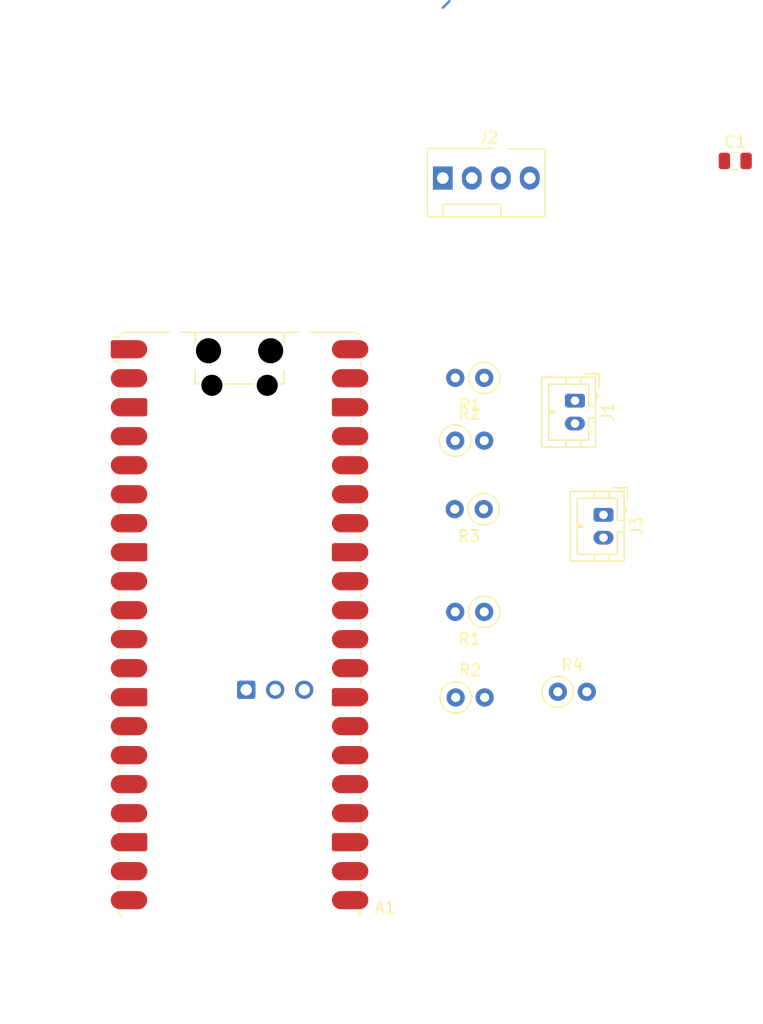
<source format=kicad_pcb>
(kicad_pcb (version 20241229) (generator "pcbnew") (generator_version "9.0")
  (layers (0 "F.Cu" signal) (2 "B.Cu" signal) (13 "F.Paste" user) (15 "B.Paste" user) (5 "F.SilkS" user "F.Silkscreen") (7 "B.SilkS" user "B.Silkscreen") (1 "F.Mask" user) (3 "B.Mask" user) (25 "Edge.Cuts" user))
  (net 0 "")
  (net 1 "Earth")
  (net 18 "GP7")
  (net 20 "GP6")
  (net 21 "ADC0")
  (net 29 "ADC1")
  (net 34 "+3.3V")
  (net 35 "J1")
  (net 36 "VBUS")
  (net 37 "R2 y R4")
  (net 38 "R1 y R3")
  (net 39 "J3 (1)")
  (footprint "Resistor_THT:R_Axial_DIN0207_L6.3mm_D2.5mm_P2.54mm_Vertical" (layer "F.Cu") (at 148 94.5 180)
    (property "Reference" "R3" (at 1.27 -2.37 0) (layer "F.SilkS"))
    (property "Value" "22K")
    (fp_line (start 1.37 0) (end 1.44 0) (stroke (width 0.12)) (layer "F.SilkS"))
    (fp_circle (center 0 0) (end 1.37 0) (stroke (width 0.12)) (fill no) (layer "F.SilkS"))
    (pad "1" thru_hole circle (at 0 0 180) (size 1.6 1.6) (drill 0.8) (layers "*.Cu" "*.Mask") (net 39 "J3 (1)"))
    (pad "2" thru_hole circle (at 2.54 0 180) (size 1.6 1.6) (drill 0.8) (layers "*.Cu" "*.Mask") (net 29 "ADC1"))
  )
  (footprint "Capacitor_SMD:C_0805_2012Metric" (layer "F.Cu") (at 170.05 64)
    (property "Reference" "C1" (at 0 -1.68 0) (layer "F.SilkS"))
    (property "Value" "100nF")
    (fp_line (start -0.261252 -0.735) (end 0.261252 -0.735) (stroke (width 0.12)) (layer "F.SilkS"))
    (fp_line (start -0.261252 0.735) (end 0.261252 0.735) (stroke (width 0.12)) (layer "F.SilkS"))
    (pad "1" smd roundrect (at -0.95 0) (size 1 1.45) (layers "F.Cu" "F.Mask" "F.Paste") (net 34 "+3.3V"))
    (pad "2" smd roundrect (at 0.95 0) (size 1 1.45) (layers "F.Cu" "F.Mask" "F.Paste") (net 1 "Earth"))
  )
  (footprint "Resistor_THT:R_Axial_DIN0207_L6.3mm_D2.5mm_P2.54mm_Vertical" (layer "F.Cu") (at 148.05 83 180)
    (property "Reference" "R1" (at 1.27 -2.37 0) (layer "F.SilkS"))
    (property "Value" "10K")
    (fp_line (start 1.37 0) (end 1.44 0) (stroke (width 0.12)) (layer "F.SilkS"))
    (fp_circle (center 0 0) (end 1.37 0) (stroke (width 0.12)) (fill no) (layer "F.SilkS"))
    (pad "1" thru_hole circle (at 0 0 180) (size 1.6 1.6) (drill 0.8) (layers "*.Cu" "*.Mask") (net 35 "J1"))
    (pad "2" thru_hole circle (at 2.54 0 180) (size 1.6 1.6) (drill 0.8) (layers "*.Cu" "*.Mask") (net 29 "ADC1"))
  )
  (footprint "Connector_JST:JST_PH_B2B-PH-K_1x02_P2.00mm_Vertical" (layer "F.Cu") (at 158.5 95 -90)
    (property "Reference" "J3" (at 1 -2.9 90) (layer "F.SilkS"))
    (property "Value" "Conn_01x02_Pin")
    (fp_line (start -2.06 2.91) (end 4.06 2.91) (stroke (width 0.12)) (layer "F.SilkS"))
    (fp_line (start 4.06 2.91) (end 4.06 -1.81) (stroke (width 0.12)) (layer "F.SilkS"))
    (fp_line (start -1.45 2.3) (end 3.45 2.3) (stroke (width 0.12)) (layer "F.SilkS"))
    (fp_line (start 0.9 2.3) (end 0.9 1.8) (stroke (width 0.12)) (layer "F.SilkS"))
    (fp_line (start 1 2.3) (end 1 1.8) (stroke (width 0.12)) (layer "F.SilkS"))
    (fp_line (start 3.45 2.3) (end 3.45 -1.2) (stroke (width 0.12)) (layer "F.SilkS"))
    (fp_line (start 0.9 1.8) (end 1.1 1.8) (stroke (width 0.12)) (layer "F.SilkS"))
    (fp_line (start 1.1 1.8) (end 1.1 2.3) (stroke (width 0.12)) (layer "F.SilkS"))
    (fp_line (start -2.06 0.8) (end -1.45 0.8) (stroke (width 0.12)) (layer "F.SilkS"))
    (fp_line (start 4.06 0.8) (end 3.45 0.8) (stroke (width 0.12)) (layer "F.SilkS"))
    (fp_line (start -2.06 -0.5) (end -1.45 -0.5) (stroke (width 0.12)) (layer "F.SilkS"))
    (fp_line (start 4.06 -0.5) (end 3.45 -0.5) (stroke (width 0.12)) (layer "F.SilkS"))
    (fp_line (start -1.45 -1.2) (end -1.45 2.3) (stroke (width 0.12)) (layer "F.SilkS"))
    (fp_line (start 0.5 -1.2) (end -1.45 -1.2) (stroke (width 0.12)) (layer "F.SilkS"))
    (fp_line (start 1.5 -1.2) (end 1.5 -1.81) (stroke (width 0.12)) (layer "F.SilkS"))
    (fp_line (start 3.45 -1.2) (end 1.5 -1.2) (stroke (width 0.12)) (layer "F.SilkS"))
    (fp_line (start -2.06 -1.81) (end -2.06 2.91) (stroke (width 0.12)) (layer "F.SilkS"))
    (fp_line (start -0.3 -1.81) (end -0.3 -2.01) (stroke (width 0.12)) (layer "F.SilkS"))
    (fp_line (start 0.5 -1.81) (end 0.5 -1.2) (stroke (width 0.12)) (layer "F.SilkS"))
    (fp_line (start 4.06 -1.81) (end -2.06 -1.81) (stroke (width 0.12)) (layer "F.SilkS"))
    (fp_line (start -0.3 -1.91) (end -0.6 -1.91) (stroke (width 0.12)) (layer "F.SilkS"))
    (fp_line (start -0.6 -2.01) (end -0.6 -1.81) (stroke (width 0.12)) (layer "F.SilkS"))
    (fp_line (start -0.3 -2.01) (end -0.6 -2.01) (stroke (width 0.12)) (layer "F.SilkS"))
    (fp_line (start -2.36 -2.11) (end -2.36 -0.86) (stroke (width 0.12)) (layer "F.SilkS"))
    (fp_line (start -1.11 -2.11) (end -2.36 -2.11) (stroke (width 0.12)) (layer "F.SilkS"))
    (pad "1" thru_hole roundrect (at 0 0 270) (size 1.2 1.75) (drill 0.75) (layers "*.Cu" "*.Mask") (roundrect_rratio 0.208333) (net 38 "R1 y R3"))
    (pad "2" thru_hole oval (at 2 0 270) (size 1.2 1.75) (drill 0.75) (layers "*.Cu" "*.Mask") (net 37 "R2 y R4"))
  )
  (footprint "Resistor_THT:R_Axial_DIN0207_L6.3mm_D2.5mm_P2.54mm_Vertical" (layer "F.Cu") (at 148.045 103.5 180)
    (property "Reference" "R1" (at 1.27 -2.37 0) (layer "F.SilkS"))
    (property "Value" "22K")
    (fp_line (start 1.37 0) (end 1.44 0) (stroke (width 0.12)) (layer "F.SilkS"))
    (fp_circle (center 0 0) (end 1.37 0) (stroke (width 0.12)) (fill no) (layer "F.SilkS"))
    (pad "1" thru_hole circle (at 0 0 180) (size 1.6 1.6) (drill 0.8) (layers "*.Cu" "*.Mask") (net 39 "J3 (1)"))
    (pad "2" thru_hole circle (at 2.54 0 180) (size 1.6 1.6) (drill 0.8) (layers "*.Cu" "*.Mask") (net 21 "ADC0"))
  )
  (footprint "Resistor_THT:R_Axial_DIN0207_L6.3mm_D2.5mm_P2.54mm_Vertical" (layer "F.Cu") (at 145.505 88.5)
    (property "Reference" "R2" (at 1.27 -2.37 0) (layer "F.SilkS"))
    (property "Value" "10K")
    (fp_line (start 1.37 0) (end 1.44 0) (stroke (width 0.12)) (layer "F.SilkS"))
    (fp_circle (center 0 0) (end 1.37 0) (stroke (width 0.12)) (fill no) (layer "F.SilkS"))
    (pad "1" thru_hole circle (at 0 0) (size 1.6 1.6) (drill 0.8) (layers "*.Cu" "*.Mask") (net 29 "ADC1"))
    (pad "2" thru_hole circle (at 2.54 0) (size 1.6 1.6) (drill 0.8) (layers "*.Cu" "*.Mask") (net 1 "Earth"))
  )
  (footprint "Module:RaspberryPi_Pico_W_SMD_HandSolder" (layer "F.Cu") (at 126.605 104.625)
    (property "Reference" "A1" (at 11.7475 24.765 0) (layer "F.SilkS") (effects (justify left)))
    (property "Value" "RaspberryPi_Pico_W")
    (fp_line (start -10.61 -23.07) (end -11.09 -23.07) (stroke (width 0.12)) (layer "F.SilkS"))
    (fp_line (start -10.61 -23.07) (end -10.61 -22.65) (stroke (width 0.12)) (layer "F.SilkS"))
    (fp_line (start -10.61 -20.53) (end -10.61 -20.11) (stroke (width 0.12)) (layer "F.SilkS"))
    (fp_line (start -10.61 -17.99) (end -10.61 -17.57) (stroke (width 0.12)) (layer "F.SilkS"))
    (fp_line (start -10.61 -15.45) (end -10.61 -15.03) (stroke (width 0.12)) (layer "F.SilkS"))
    (fp_line (start -10.61 -12.91) (end -10.61 -12.49) (stroke (width 0.12)) (layer "F.SilkS"))
    (fp_line (start -10.61 -10.37) (end -10.61 -9.95) (stroke (width 0.12)) (layer "F.SilkS"))
    (fp_line (start -10.61 -7.83) (end -10.61 -7.41) (stroke (width 0.12)) (layer "F.SilkS"))
    (fp_line (start -10.61 -5.29) (end -10.61 -4.87) (stroke (width 0.12)) (layer "F.SilkS"))
    (fp_line (start -10.61 -2.75) (end -10.61 -2.33) (stroke (width 0.12)) (layer "F.SilkS"))
    (fp_line (start -10.61 -0.21) (end -10.61 0.21) (stroke (width 0.12)) (layer "F.SilkS"))
    (fp_line (start -10.61 2.33) (end -10.61 2.75) (stroke (width 0.12)) (layer "F.SilkS"))
    (fp_line (start -10.61 4.87) (end -10.61 5.29) (stroke (width 0.12)) (layer "F.SilkS"))
    (fp_line (start -10.61 7.41) (end -10.61 7.83) (stroke (width 0.12)) (layer "F.SilkS"))
    (fp_line (start -10.61 9.95) (end -10.61 10.37) (stroke (width 0.12)) (layer "F.SilkS"))
    (fp_line (start -10.61 12.49) (end -10.61 12.91) (stroke (width 0.12)) (layer "F.SilkS"))
    (fp_line (start -10.61 15.03) (end -10.61 15.45) (stroke (width 0.12)) (layer "F.SilkS"))
    (fp_line (start -10.61 17.57) (end -10.61 17.99) (stroke (width 0.12)) (layer "F.SilkS"))
    (fp_line (start -10.61 20.11) (end -10.61 20.53) (stroke (width 0.12)) (layer "F.SilkS"))
    (fp_line (start -10.61 22.65) (end -10.61 23.07) (stroke (width 0.12)) (layer "F.SilkS"))
    (fp_line (start -10.579676 -25.19) (end -11.09 -25.19) (stroke (width 0.12)) (layer "F.SilkS"))
    (fp_line (start -10 -25.61) (end -7.51 -25.61) (stroke (width 0.12)) (layer "F.SilkS"))
    (fp_line (start -7.51 -25.61) (end -6.16206 -25.61) (stroke (width 0.12)) (layer "F.SilkS"))
    (fp_line (start -5.237939 -25.61) (end -4.235 -25.61) (stroke (width 0.12)) (layer "F.SilkS"))
    (fp_line (start -4.235 -25.61) (end 4.235 -25.61) (stroke (width 0.12)) (layer "F.SilkS"))
    (fp_line (start -3.9 -25.61) (end -3.9 -24.694) (stroke (width 0.12)) (layer "F.SilkS"))
    (fp_line (start -3.9 -22.306) (end -3.9 -21.09) (stroke (width 0.12)) (layer "F.SilkS"))
    (fp_line (start -3.9 -21.09) (end -3.60391 -21.09) (stroke (width 0.12)) (layer "F.SilkS"))
    (fp_line (start -1.24609 -21.09) (end 1.24609 -21.09) (stroke (width 0.12)) (layer "F.SilkS"))
    (fp_line (start 3.60391 -21.09) (end 3.9 -21.09) (stroke (width 0.12)) (layer "F.SilkS"))
    (fp_line (start 3.9 -25.61) (end 3.9 -24.694) (stroke (width 0.12)) (layer "F.SilkS"))
    (fp_line (start 3.9 -22.306) (end 3.9 -21.09) (stroke (width 0.12)) (layer "F.SilkS"))
    (fp_line (start 4.235 -25.61) (end 5.237939 -25.61) (stroke (width 0.12)) (layer "F.SilkS"))
    (fp_line (start 6.162061 -25.61) (end 7.51 -25.61) (stroke (width 0.12)) (layer "F.SilkS"))
    (fp_line (start 10 -25.61) (end 7.51 -25.61) (stroke (width 0.12)) (layer "F.SilkS"))
    (fp_line (start 10.61 -23.07) (end 10.61 -22.65) (stroke (width 0.12)) (layer "F.SilkS"))
    (fp_line (start 10.61 -20.53) (end 10.61 -20.11) (stroke (width 0.12)) (layer "F.SilkS"))
    (fp_line (start 10.61 -17.99) (end 10.61 -17.57) (stroke (width 0.12)) (layer "F.SilkS"))
    (fp_line (start 10.61 -15.45) (end 10.61 -15.03) (stroke (width 0.12)) (layer "F.SilkS"))
    (fp_line (start 10.61 -12.91) (end 10.61 -12.49) (stroke (width 0.12)) (layer "F.SilkS"))
    (fp_line (start 10.61 -10.37) (end 10.61 -9.95) (stroke (width 0.12)) (layer "F.SilkS"))
    (fp_line (start 10.61 -7.83) (end 10.61 -7.41) (stroke (width 0.12)) (layer "F.SilkS"))
    (fp_line (start 10.61 -5.29) (end 10.61 -4.87) (stroke (width 0.12)) (layer "F.SilkS"))
    (fp_line (start 10.61 -2.75) (end 10.61 -2.33) (stroke (width 0.12)) (layer "F.SilkS"))
    (fp_line (start 10.61 -0.21) (end 10.61 0.21) (stroke (width 0.12)) (layer "F.SilkS"))
    (fp_line (start 10.61 2.33) (end 10.61 2.75) (stroke (width 0.12)) (layer "F.SilkS"))
    (fp_line (start 10.61 4.87) (end 10.61 5.29) (stroke (width 0.12)) (layer "F.SilkS"))
    (fp_line (start 10.61 7.41) (end 10.61 7.83) (stroke (width 0.12)) (layer "F.SilkS"))
    (fp_line (start 10.61 9.95) (end 10.61 10.37) (stroke (width 0.12)) (layer "F.SilkS"))
    (fp_line (start 10.61 12.49) (end 10.61 12.91) (stroke (width 0.12)) (layer "F.SilkS"))
    (fp_line (start 10.61 15.03) (end 10.61 15.45) (stroke (width 0.12)) (layer "F.SilkS"))
    (fp_line (start 10.61 17.57) (end 10.61 17.99) (stroke (width 0.12)) (layer "F.SilkS"))
    (fp_line (start 10.61 20.11) (end 10.61 20.53) (stroke (width 0.12)) (layer "F.SilkS"))
    (fp_line (start 10.61 22.65) (end 10.61 23.07) (stroke (width 0.12)) (layer "F.SilkS"))
    (fp_arc (start -10.579676 -25.19) (mid -10.357938 -25.493944) (end -10 -25.61) (stroke (width 0.12)) (layer "F.SilkS"))
    (fp_arc (start -10.363318 25.49) (mid -10.494791 25.356765) (end -10.579676 25.189937) (stroke (width 0.12)) (layer "F.SilkS"))
    (fp_arc (start 10 -25.61) (mid 10.357937 -25.493944) (end 10.579676 -25.189937) (stroke (width 0.12)) (layer "F.SilkS"))
    (fp_arc (start 10.579676 25.189937) (mid 10.494803 25.356773) (end 10.363318 25.49) (stroke (width 0.12)) (layer "F.SilkS"))
    (pad "" smd rect (at -8.89 -24.13) (size 3.8 2.2) (drill (offset -0.8 0)) (layers "F.Paste"))
    (pad "" smd rect (at -8.89 -21.59) (size 3.8 2.2) (drill (offset -0.8 0)) (layers "F.Paste"))
    (pad "" smd rect (at -8.89 -19.05) (size 3.8 2.2) (drill (offset -0.8 0)) (layers "F.Paste"))
    (pad "" smd rect (at -8.89 -16.51) (size 3.8 2.2) (drill (offset -0.8 0)) (layers "F.Paste"))
    (pad "" smd rect (at -8.89 -13.97) (size 3.8 2.2) (drill (offset -0.8 0)) (layers "F.Paste"))
    (pad "" smd rect (at -8.89 -11.43) (size 3.8 2.2) (drill (offset -0.8 0)) (layers "F.Paste"))
    (pad "" smd rect (at -8.89 -8.89) (size 3.8 2.2) (drill (offset -0.8 0)) (layers "F.Paste"))
    (pad "" smd rect (at -8.89 -6.35) (size 3.8 2.2) (drill (offset -0.8 0)) (layers "F.Paste"))
    (pad "" smd rect (at -8.89 -3.81) (size 3.8 2.2) (drill (offset -0.8 0)) (layers "F.Paste"))
    (pad "" smd rect (at -8.89 -1.27) (size 3.8 2.2) (drill (offset -0.8 0)) (layers "F.Paste"))
    (pad "" smd rect (at -8.89 1.27) (size 3.8 2.2) (drill (offset -0.8 0)) (layers "F.Paste"))
    (pad "" smd rect (at -8.89 3.81) (size 3.8 2.2) (drill (offset -0.8 0)) (layers "F.Paste"))
    (pad "" smd rect (at -8.89 6.35) (size 3.8 2.2) (drill (offset -0.8 0)) (layers "F.Paste"))
    (pad "" smd rect (at -8.89 8.89) (size 3.8 2.2) (drill (offset -0.8 0)) (layers "F.Paste"))
    (pad "" smd rect (at -8.89 11.43) (size 3.8 2.2) (drill (offset -0.8 0)) (layers "F.Paste"))
    (pad "" smd rect (at -8.89 13.97) (size 3.8 2.2) (drill (offset -0.8 0)) (layers "F.Paste"))
    (pad "" smd rect (at -8.89 16.51) (size 3.8 2.2) (drill (offset -0.8 0)) (layers "F.Paste"))
    (pad "" smd rect (at -8.89 19.05) (size 3.8 2.2) (drill (offset -0.8 0)) (layers "F.Paste"))
    (pad "" smd rect (at -8.89 21.59) (size 3.8 2.2) (drill (offset -0.8 0)) (layers "F.Paste"))
    (pad "" smd rect (at -8.89 24.13) (size 3.8 2.2) (drill (offset -0.8 0)) (layers "F.Paste"))
    (pad "" np_thru_hole circle (at -2.725 -24) (size 2.2 2.2) (drill 2.2) (layers "*.Mask"))
    (pad "" np_thru_hole circle (at -2.425 -20.97) (size 1.85 1.85) (drill 1.85) (layers "*.Mask"))
    (pad "" np_thru_hole circle (at 2.425 -20.97) (size 1.85 1.85) (drill 1.85) (layers "*.Mask"))
    (pad "" np_thru_hole circle (at 2.725 -24) (size 2.2 2.2) (drill 2.2) (layers "*.Mask"))
    (pad "" smd rect (at 8.89 -24.13) (size 3.8 2.2) (drill (offset 0.8 0)) (layers "F.Paste"))
    (pad "" smd rect (at 8.89 -21.59) (size 3.8 2.2) (drill (offset 0.8 0)) (layers "F.Paste"))
    (pad "" smd rect (at 8.89 -19.05) (size 3.8 2.2) (drill (offset 0.8 0)) (layers "F.Paste"))
    (pad "" smd rect (at 8.89 -16.51) (size 3.8 2.2) (drill (offset 0.8 0)) (layers "F.Paste"))
    (pad "" smd rect (at 8.89 -13.97) (size 3.8 2.2) (drill (offset 0.8 0)) (layers "F.Paste"))
    (pad "" smd rect (at 8.89 -11.43) (size 3.8 2.2) (drill (offset 0.8 0)) (layers "F.Paste"))
    (pad "" smd rect (at 8.89 -8.89) (size 3.8 2.2) (drill (offset 0.8 0)) (layers "F.Paste"))
    (pad "" smd rect (at 8.89 -6.35) (size 3.8 2.2) (drill (offset 0.8 0)) (layers "F.Paste"))
    (pad "" smd rect (at 8.89 -3.81) (size 3.8 2.2) (drill (offset 0.8 0)) (layers "F.Paste"))
    (pad "" smd rect (at 8.89 -1.27) (size 3.8 2.2) (drill (offset 0.8 0)) (layers "F.Paste"))
    (pad "" smd rect (at 8.89 1.27) (size 3.8 2.2) (drill (offset 0.8 0)) (layers "F.Paste"))
    (pad "" smd rect (at 8.89 3.81) (size 3.8 2.2) (drill (offset 0.8 0)) (layers "F.Paste"))
    (pad "" smd rect (at 8.89 6.35) (size 3.8 2.2) (drill (offset 0.8 0)) (layers "F.Paste"))
    (pad "" smd rect (at 8.89 8.89) (size 3.8 2.2) (drill (offset 0.8 0)) (layers "F.Paste"))
    (pad "" smd rect (at 8.89 11.43) (size 3.8 2.2) (drill (offset 0.8 0)) (layers "F.Paste"))
    (pad "" smd rect (at 8.89 13.97) (size 3.8 2.2) (drill (offset 0.8 0)) (layers "F.Paste"))
    (pad "" smd rect (at 8.89 16.51) (size 3.8 2.2) (drill (offset 0.8 0)) (layers "F.Paste"))
    (pad "" smd rect (at 8.89 19.05) (size 3.8 2.2) (drill (offset 0.8 0)) (layers "F.Paste"))
    (pad "" smd rect (at 8.89 21.59) (size 3.8 2.2) (drill (offset 0.8 0)) (layers "F.Paste"))
    (pad "" smd rect (at 8.89 24.13) (size 3.8 2.2) (drill (offset 0.8 0)) (layers "F.Paste"))
    (pad "1" smd custom (at -9.69 -24.13) (size 1.6 0.8) (layers "F.Cu" "F.Mask") (options (clearance outline) (anchor rect)) (primitives (gr_circle (center 0.8 0) (end 1.6 0) (width 0) (fill yes)) (gr_poly (pts (xy -1.6 -0.6) (xy -1.6 0.6) (xy -1.4 0.8) (xy 0.8 0.8) (xy 0.8 -0.8) (xy -1.4 -0.8)) (width 0) (fill yes)) (gr_circle (center -1.4 -0.6) (end -1.2 -0.6) (width 0) (fill yes)) (gr_circle (center -1.4 0.6) (end -1.2 0.6) (width 0) (fill yes))))
    (pad "2" smd roundrect (at -9.69 -21.59) (size 3.2 1.6) (layers "F.Cu" "F.Mask") (roundrect_rratio 0.5))
    (pad "3" smd custom (at -9.69 -19.05) (size 1.6 0.8) (layers "F.Cu" "F.Mask") (net 1 "Earth") (options (clearance outline) (anchor rect)) (primitives (gr_circle (center -0.8 0) (end 0 0) (width 0) (fill yes)) (gr_poly (pts (xy 1.6 -0.6) (xy 1.6 0.6) (xy 1.4 0.8) (xy -0.8 0.8) (xy -0.8 -0.8) (xy 1.4 -0.8)) (width 0) (fill yes)) (gr_circle (center 1.4 -0.6) (end 1.6 -0.6) (width 0) (fill yes)) (gr_circle (center 1.4 0.6) (end 1.6 0.6) (width 0) (fill yes))))
    (pad "4" smd roundrect (at -9.69 -16.51) (size 3.2 1.6) (layers "F.Cu" "F.Mask") (roundrect_rratio 0.5))
    (pad "5" smd roundrect (at -9.69 -13.97) (size 3.2 1.6) (layers "F.Cu" "F.Mask") (roundrect_rratio 0.5))
    (pad "6" smd roundrect (at -9.69 -11.43) (size 3.2 1.6) (layers "F.Cu" "F.Mask") (roundrect_rratio 0.5))
    (pad "7" smd roundrect (at -9.69 -8.89) (size 3.2 1.6) (layers "F.Cu" "F.Mask") (roundrect_rratio 0.5))
    (pad "8" smd custom (at -9.69 -6.35) (size 1.6 0.8) (layers "F.Cu" "F.Mask") (net 1 "Earth") (options (clearance outline) (anchor rect)) (primitives (gr_circle (center -0.8 0) (end 0 0) (width 0) (fill yes)) (gr_poly (pts (xy 1.6 -0.6) (xy 1.6 0.6) (xy 1.4 0.8) (xy -0.8 0.8) (xy -0.8 -0.8) (xy 1.4 -0.8)) (width 0) (fill yes)) (gr_circle (center 1.4 -0.6) (end 1.6 -0.6) (width 0) (fill yes)) (gr_circle (center 1.4 0.6) (end 1.6 0.6) (width 0) (fill yes))))
    (pad "9" smd roundrect (at -9.69 -3.81) (size 3.2 1.6) (layers "F.Cu" "F.Mask") (roundrect_rratio 0.5) (net 20 "GP6"))
    (pad "10" smd roundrect (at -9.69 -1.27) (size 3.2 1.6) (layers "F.Cu" "F.Mask") (roundrect_rratio 0.5) (net 18 "GP7"))
    (pad "11" smd roundrect (at -9.69 1.27) (size 3.2 1.6) (layers "F.Cu" "F.Mask") (roundrect_rratio 0.5))
    (pad "12" smd roundrect (at -9.69 3.81) (size 3.2 1.6) (layers "F.Cu" "F.Mask") (roundrect_rratio 0.5))
    (pad "13" smd custom (at -9.69 6.35) (size 1.6 0.8) (layers "F.Cu" "F.Mask") (net 1 "Earth") (options (clearance outline) (anchor rect)) (primitives (gr_circle (center -0.8 0) (end 0 0) (width 0) (fill yes)) (gr_poly (pts (xy 1.6 -0.6) (xy 1.6 0.6) (xy 1.4 0.8) (xy -0.8 0.8) (xy -0.8 -0.8) (xy 1.4 -0.8)) (width 0) (fill yes)) (gr_circle (center 1.4 -0.6) (end 1.6 -0.6) (width 0) (fill yes)) (gr_circle (center 1.4 0.6) (end 1.6 0.6) (width 0) (fill yes))))
    (pad "14" smd roundrect (at -9.69 8.89) (size 3.2 1.6) (layers "F.Cu" "F.Mask") (roundrect_rratio 0.5))
    (pad "15" smd roundrect (at -9.69 11.43) (size 3.2 1.6) (layers "F.Cu" "F.Mask") (roundrect_rratio 0.5))
    (pad "16" smd roundrect (at -9.69 13.97) (size 3.2 1.6) (layers "F.Cu" "F.Mask") (roundrect_rratio 0.5))
    (pad "17" smd roundrect (at -9.69 16.51) (size 3.2 1.6) (layers "F.Cu" "F.Mask") (roundrect_rratio 0.5))
    (pad "18" smd custom (at -9.69 19.05) (size 1.6 0.8) (layers "F.Cu" "F.Mask") (net 1 "Earth") (options (clearance outline) (anchor rect)) (primitives (gr_circle (center -0.8 0) (end 0 0) (width 0) (fill yes)) (gr_poly (pts (xy 1.6 -0.6) (xy 1.6 0.6) (xy 1.4 0.8) (xy -0.8 0.8) (xy -0.8 -0.8) (xy 1.4 -0.8)) (width 0) (fill yes)) (gr_circle (center 1.4 -0.6) (end 1.6 -0.6) (width 0) (fill yes)) (gr_circle (center 1.4 0.6) (end 1.6 0.6) (width 0) (fill yes))))
    (pad "19" smd roundrect (at -9.69 21.59) (size 3.2 1.6) (layers "F.Cu" "F.Mask") (roundrect_rratio 0.5))
    (pad "20" smd roundrect (at -9.69 24.13) (size 3.2 1.6) (layers "F.Cu" "F.Mask") (roundrect_rratio 0.5))
    (pad "21" smd roundrect (at 9.69 24.13) (size 3.2 1.6) (layers "F.Cu" "F.Mask") (roundrect_rratio 0.5))
    (pad "22" smd roundrect (at 9.69 21.59) (size 3.2 1.6) (layers "F.Cu" "F.Mask") (roundrect_rratio 0.5))
    (pad "23" smd custom (at 9.69 19.05) (size 1.6 0.8) (layers "F.Cu" "F.Mask") (net 1 "Earth") (options (clearance outline) (anchor rect)) (primitives (gr_circle (center 0.8 0) (end 1.6 0) (width 0) (fill yes)) (gr_poly (pts (xy -1.6 -0.6) (xy -1.6 0.6) (xy -1.4 0.8) (xy 0.8 0.8) (xy 0.8 -0.8) (xy -1.4 -0.8)) (width 0) (fill yes)) (gr_circle (center -1.4 -0.6) (end -1.2 -0.6) (width 0) (fill yes)) (gr_circle (center -1.4 0.6) (end -1.2 0.6) (width 0) (fill yes))))
    (pad "24" smd roundrect (at 9.69 16.51) (size 3.2 1.6) (layers "F.Cu" "F.Mask") (roundrect_rratio 0.5))
    (pad "25" smd roundrect (at 9.69 13.97) (size 3.2 1.6) (layers "F.Cu" "F.Mask") (roundrect_rratio 0.5))
    (pad "26" smd roundrect (at 9.69 11.43) (size 3.2 1.6) (layers "F.Cu" "F.Mask") (roundrect_rratio 0.5))
    (pad "27" smd roundrect (at 9.69 8.89) (size 3.2 1.6) (layers "F.Cu" "F.Mask") (roundrect_rratio 0.5))
    (pad "28" smd custom (at 9.69 6.35) (size 1.6 0.8) (layers "F.Cu" "F.Mask") (net 1 "Earth") (options (clearance outline) (anchor rect)) (primitives (gr_circle (center 0.8 0) (end 1.6 0) (width 0) (fill yes)) (gr_poly (pts (xy -1.6 -0.6) (xy -1.6 0.6) (xy -1.4 0.8) (xy 0.8 0.8) (xy 0.8 -0.8) (xy -1.4 -0.8)) (width 0) (fill yes)) (gr_circle (center -1.4 -0.6) (end -1.2 -0.6) (width 0) (fill yes)) (gr_circle (center -1.4 0.6) (end -1.2 0.6) (width 0) (fill yes))))
    (pad "29" smd roundrect (at 9.69 3.81) (size 3.2 1.6) (layers "F.Cu" "F.Mask") (roundrect_rratio 0.5))
    (pad "30" smd roundrect (at 9.69 1.27) (size 3.2 1.6) (layers "F.Cu" "F.Mask") (roundrect_rratio 0.5))
    (pad "31" smd roundrect (at 9.69 -1.27) (size 3.2 1.6) (layers "F.Cu" "F.Mask") (roundrect_rratio 0.5) (net 21 "ADC0"))
    (pad "32" smd roundrect (at 9.69 -3.81) (size 3.2 1.6) (layers "F.Cu" "F.Mask") (roundrect_rratio 0.5) (net 29 "ADC1"))
    (pad "33" smd custom (at 9.69 -6.35) (size 1.6 0.8) (layers "F.Cu" "F.Mask") (options (clearance outline) (anchor rect)) (primitives (gr_circle (center 0.8 0) (end 1.6 0) (width 0) (fill yes)) (gr_poly (pts (xy -1.6 -0.6) (xy -1.6 0.6) (xy -1.4 0.8) (xy 0.8 0.8) (xy 0.8 -0.8) (xy -1.4 -0.8)) (width 0) (fill yes)) (gr_circle (center -1.4 -0.6) (end -1.2 -0.6) (width 0) (fill yes)) (gr_circle (center -1.4 0.6) (end -1.2 0.6) (width 0) (fill yes))))
    (pad "34" smd roundrect (at 9.69 -8.89) (size 3.2 1.6) (layers "F.Cu" "F.Mask") (roundrect_rratio 0.5))
    (pad "35" smd roundrect (at 9.69 -11.43) (size 3.2 1.6) (layers "F.Cu" "F.Mask") (roundrect_rratio 0.5))
    (pad "36" smd roundrect (at 9.69 -13.97) (size 3.2 1.6) (layers "F.Cu" "F.Mask") (roundrect_rratio 0.5))
    (pad "37" smd roundrect (at 9.69 -16.51) (size 3.2 1.6) (layers "F.Cu" "F.Mask") (roundrect_rratio 0.5))
    (pad "38" smd custom (at 9.69 -19.05) (size 1.6 0.8) (layers "F.Cu" "F.Mask") (net 1 "Earth") (options (clearance outline) (anchor rect)) (primitives (gr_circle (center 0.8 0) (end 1.6 0) (width 0) (fill yes)) (gr_poly (pts (xy -1.6 -0.6) (xy -1.6 0.6) (xy -1.4 0.8) (xy 0.8 0.8) (xy 0.8 -0.8) (xy -1.4 -0.8)) (width 0) (fill yes)) (gr_circle (center -1.4 -0.6) (end -1.2 -0.6) (width 0) (fill yes)) (gr_circle (center -1.4 0.6) (end -1.2 0.6) (width 0) (fill yes))))
    (pad "39" smd roundrect (at 9.69 -21.59) (size 3.2 1.6) (layers "F.Cu" "F.Mask") (roundrect_rratio 0.5))
    (pad "40" smd roundrect (at 9.69 -24.13) (size 3.2 1.6) (layers "F.Cu" "F.Mask") (roundrect_rratio 0.5) (net 36 "VBUS"))
    (pad "D1" thru_hole roundrect (at 0.5841 5.7) (size 1.6 1.6) (drill 1) (layers "*.Cu" "*.Mask") (roundrect_rratio 0.125))
    (pad "D2" thru_hole circle (at 3.1241 5.7) (size 1.6 1.6) (drill 1) (layers "*.Cu" "*.Mask"))
    (pad "D3" thru_hole circle (at 5.6641 5.7) (size 1.6 1.6) (drill 1) (layers "*.Cu" "*.Mask"))
  )
  (footprint "Connector:FanPinHeader_1x04_P2.54mm_Vertical" (layer "F.Cu") (at 144.42 65.5)
    (property "Reference" "J2" (at 4 -3.55 0) (layer "F.SilkS"))
    (property "Value" "Conn_01x04")
    (fp_line (start -1.35 -2.6) (end 4.4 -2.6) (stroke (width 0.12)) (layer "F.SilkS"))
    (fp_line (start -1.35 3.4) (end -1.35 -2.6) (stroke (width 0.12)) (layer "F.SilkS"))
    (fp_line (start 0 2.29) (end 5.08 2.29) (stroke (width 0.12)) (layer "F.SilkS"))
    (fp_line (start 0 3.3) (end 0 2.29) (stroke (width 0.12)) (layer "F.SilkS"))
    (fp_line (start 5.08 2.29) (end 5.08 3.3) (stroke (width 0.12)) (layer "F.SilkS"))
    (fp_line (start 5.75 -2.55) (end 8.95 -2.55) (stroke (width 0.12)) (layer "F.SilkS"))
    (fp_line (start 8.95 -2.55) (end 8.95 3.4) (stroke (width 0.12)) (layer "F.SilkS"))
    (fp_line (start 8.95 3.4) (end -1.35 3.4) (stroke (width 0.12)) (layer "F.SilkS"))
    (pad "" np_thru_hole circle (at 5.08 -2.16 90) (size 1.1 1.1) (drill 1.1) (layers "*.Cu" "*.Mask"))
    (pad "1" thru_hole rect (at 0 0 90) (size 2.03 1.73) (drill 1.02) (layers "*.Cu" "*.Mask") (net 18 "GP7"))
    (pad "2" thru_hole oval (at 2.54 0 90) (size 2.03 1.73) (drill 1.02) (layers "*.Cu" "*.Mask") (net 20 "GP6"))
    (pad "3" thru_hole oval (at 5.08 0 90) (size 2.03 1.73) (drill 1.02) (layers "*.Cu" "*.Mask") (net 34 "+3.3V"))
    (pad "4" thru_hole oval (at 7.62 0 90) (size 2.03 1.73) (drill 1.02) (layers "*.Cu" "*.Mask") (net 1 "Earth"))
  )
  (footprint "Connector_JST:JST_PH_B2B-PH-K_1x02_P2.00mm_Vertical" (layer "F.Cu") (at 156 85 -90)
    (property "Reference" "J1" (at 1 -2.9 90) (layer "F.SilkS"))
    (property "Value" "Conn_01x02_Pin")
    (fp_line (start -2.06 2.91) (end 4.06 2.91) (stroke (width 0.12)) (layer "F.SilkS"))
    (fp_line (start 4.06 2.91) (end 4.06 -1.81) (stroke (width 0.12)) (layer "F.SilkS"))
    (fp_line (start -1.45 2.3) (end 3.45 2.3) (stroke (width 0.12)) (layer "F.SilkS"))
    (fp_line (start 0.9 2.3) (end 0.9 1.8) (stroke (width 0.12)) (layer "F.SilkS"))
    (fp_line (start 1 2.3) (end 1 1.8) (stroke (width 0.12)) (layer "F.SilkS"))
    (fp_line (start 3.45 2.3) (end 3.45 -1.2) (stroke (width 0.12)) (layer "F.SilkS"))
    (fp_line (start 0.9 1.8) (end 1.1 1.8) (stroke (width 0.12)) (layer "F.SilkS"))
    (fp_line (start 1.1 1.8) (end 1.1 2.3) (stroke (width 0.12)) (layer "F.SilkS"))
    (fp_line (start -2.06 0.8) (end -1.45 0.8) (stroke (width 0.12)) (layer "F.SilkS"))
    (fp_line (start 4.06 0.8) (end 3.45 0.8) (stroke (width 0.12)) (layer "F.SilkS"))
    (fp_line (start -2.06 -0.5) (end -1.45 -0.5) (stroke (width 0.12)) (layer "F.SilkS"))
    (fp_line (start 4.06 -0.5) (end 3.45 -0.5) (stroke (width 0.12)) (layer "F.SilkS"))
    (fp_line (start -1.45 -1.2) (end -1.45 2.3) (stroke (width 0.12)) (layer "F.SilkS"))
    (fp_line (start 0.5 -1.2) (end -1.45 -1.2) (stroke (width 0.12)) (layer "F.SilkS"))
    (fp_line (start 1.5 -1.2) (end 1.5 -1.81) (stroke (width 0.12)) (layer "F.SilkS"))
    (fp_line (start 3.45 -1.2) (end 1.5 -1.2) (stroke (width 0.12)) (layer "F.SilkS"))
    (fp_line (start -2.06 -1.81) (end -2.06 2.91) (stroke (width 0.12)) (layer "F.SilkS"))
    (fp_line (start -0.3 -1.81) (end -0.3 -2.01) (stroke (width 0.12)) (layer "F.SilkS"))
    (fp_line (start 0.5 -1.81) (end 0.5 -1.2) (stroke (width 0.12)) (layer "F.SilkS"))
    (fp_line (start 4.06 -1.81) (end -2.06 -1.81) (stroke (width 0.12)) (layer "F.SilkS"))
    (fp_line (start -0.3 -1.91) (end -0.6 -1.91) (stroke (width 0.12)) (layer "F.SilkS"))
    (fp_line (start -0.6 -2.01) (end -0.6 -1.81) (stroke (width 0.12)) (layer "F.SilkS"))
    (fp_line (start -0.3 -2.01) (end -0.6 -2.01) (stroke (width 0.12)) (layer "F.SilkS"))
    (fp_line (start -2.36 -2.11) (end -2.36 -0.86) (stroke (width 0.12)) (layer "F.SilkS"))
    (fp_line (start -1.11 -2.11) (end -2.36 -2.11) (stroke (width 0.12)) (layer "F.SilkS"))
    (pad "1" thru_hole roundrect (at 0 0 270) (size 1.2 1.75) (drill 0.75) (layers "*.Cu" "*.Mask") (roundrect_rratio 0.208333) (net 35 "J1"))
    (pad "2" thru_hole oval (at 2 0 270) (size 1.2 1.75) (drill 0.75) (layers "*.Cu" "*.Mask") (net 1 "Earth"))
  )
  (footprint "Resistor_THT:R_Axial_DIN0207_L6.3mm_D2.5mm_P2.54mm_Vertical" (layer "F.Cu") (at 154.5 110.5)
    (property "Reference" "R4" (at 1.27 -2.37 0) (layer "F.SilkS"))
    (property "Value" "10K")
    (fp_line (start 1.37 0) (end 1.44 0) (stroke (width 0.12)) (layer "F.SilkS"))
    (fp_circle (center 0 0) (end 1.37 0) (stroke (width 0.12)) (fill no) (layer "F.SilkS"))
    (pad "1" thru_hole circle (at 0 0) (size 1.6 1.6) (drill 0.8) (layers "*.Cu" "*.Mask") (net 29 "ADC1"))
    (pad "2" thru_hole circle (at 2.54 0) (size 1.6 1.6) (drill 0.8) (layers "*.Cu" "*.Mask") (net 1 "Earth"))
  )
  (footprint "Resistor_THT:R_Axial_DIN0207_L6.3mm_D2.5mm_P2.54mm_Vertical" (layer "F.Cu") (at 145.545 111)
    (property "Reference" "R2" (at 1.27 -2.37 0) (layer "F.SilkS"))
    (property "Value" "10K")
    (fp_line (start 1.37 0) (end 1.44 0) (stroke (width 0.12)) (layer "F.SilkS"))
    (fp_circle (center 0 0) (end 1.37 0) (stroke (width 0.12)) (fill no) (layer "F.SilkS"))
    (pad "1" thru_hole circle (at 0 0) (size 1.6 1.6) (drill 0.8) (layers "*.Cu" "*.Mask") (net 21 "ADC0"))
    (pad "2" thru_hole circle (at 2.54 0) (size 1.6 1.6) (drill 0.8) (layers "*.Cu" "*.Mask") (net 1 "Earth"))
  )
  (segment (start 144.42 50.58) (end 145 50) (width 0.2) (layer "B.Cu") (net 18))
)
</source>
